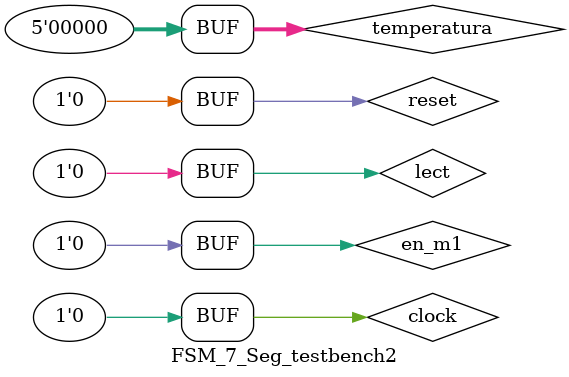
<source format=v>
`timescale 1ns / 1ps


module FSM_7_Seg_testbench2;

	// Inputs
	reg [4:0] temperatura;
	reg clock;
	reg reset;
	reg en_m1;
	reg lect;

	// Outputs
	wire est_alarma;
	wire est_ventilador;
	wire [3:0] anodos;
	wire [7:0] catodos;

	// Instantiate the Unit Under Test (UUT)
	union_1 uut (
		.temperatura(temperatura), 
		.clock(clock), 
		.reset(reset), 
		.en_m1(en_m1), 
		.lect(lect), 
		.est_alarma(est_alarma), 
		.est_ventilador(est_ventilador), 
		.anodos(anodos), 
		.catodos(catodos)
	);

	initial begin
		// Initialize Inputs
		temperatura = 0;
		clock = 0;
		reset = 0;
		en_m1 = 0;
		lect = 0;

		// Wait 100 ns for global reset to finish
		#100;
        
		// Add stimulus here

	end
      
endmodule


</source>
